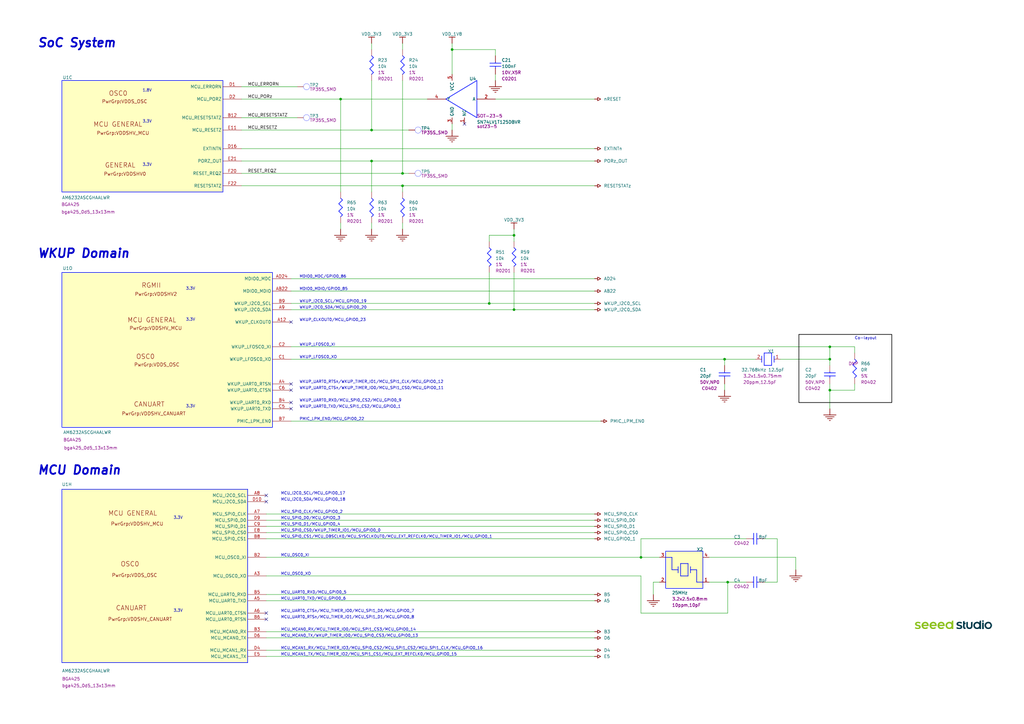
<source format=kicad_sch>
(kicad_sch (version 20231120) (generator "eeschema") (generator_version "8.0")
  (paper "User" 419.989 297.002)
  (junction (at 152.4 66.04))
  (junction (at 210.82 96.52))
  (junction (at 340.36 147.32))
  (junction (at 210.82 127))
  (junction (at 185.42 20.32))
  (junction (at 297.18 147.32))
  (junction (at 298.45 238.76))
  (junction (at 262.89 228.6))
  (junction (at 340.36 142.24))
  (junction (at 340.36 160.02))
  (junction (at 165.1 76.2))
  (junction (at 165.1 71.12))
  (junction (at 139.7 40.64))
  (junction (at 200.66 124.46))
  (junction (at 152.4 53.34))
  (no_connect (at 190.5 50.8))
  (no_connect (at 119.38 167.64))
  (no_connect (at 119.38 160.02))
  (no_connect (at 109.22 205.74))
  (no_connect (at 119.38 157.48))
  (no_connect (at 109.22 203.2))
  (no_connect (at 109.22 251.46))
  (no_connect (at 119.38 165.1))
  (no_connect (at 109.22 254))
  (no_connect (at 119.38 132.08))
  (wire (pts (xy 152.4 20.32) (xy 152.4 17.78)))
  (wire (pts (xy 119.38 124.46) (xy 200.66 124.46)))
  (wire (pts (xy 210.82 96.52) (xy 200.66 96.52)))
  (wire (pts (xy 267.97 243.84) (xy 267.97 238.76)))
  (wire (pts (xy 165.1 20.32) (xy 165.1 17.78)))
  (wire (pts (xy 109.22 213.36) (xy 243.84 213.36)))
  (wire (pts (xy 99.06 76.2) (xy 165.1 76.2)))
  (wire (pts (xy 262.89 251.46) (xy 298.45 251.46)))
  (wire (pts (xy 340.36 142.24) (xy 350.52 142.24)))
  (wire (pts (xy 340.36 160.02) (xy 340.36 157.48)))
  (wire (pts (xy 165.1 76.2) (xy 243.84 76.2)))
  (wire (pts (xy 350.52 160.02) (xy 350.52 157.48)))
  (wire (pts (xy 99.06 53.34) (xy 152.4 53.34)))
  (wire (pts (xy 326.39 228.6) (xy 326.39 233.68)))
  (wire (pts (xy 165.1 71.12) (xy 165.1 33.02)))
  (wire (pts (xy 185.42 50.8) (xy 185.42 53.34)))
  (wire (pts (xy 290.83 228.6) (xy 326.39 228.6)))
  (wire (pts (xy 318.77 238.76) (xy 318.77 220.98)))
  (wire (pts (xy 210.82 127) (xy 210.82 111.76)))
  (wire (pts (xy 109.22 218.44) (xy 243.84 218.44)))
  (wire (pts (xy 109.22 210.82) (xy 243.84 210.82)))
  (wire (pts (xy 165.1 78.74) (xy 165.1 76.2)))
  (wire (pts (xy 165.1 71.12) (xy 167.64 71.12)))
  (wire (pts (xy 119.38 119.38) (xy 243.84 119.38)))
  (wire (pts (xy 200.66 124.46) (xy 243.84 124.46)))
  (wire (pts (xy 152.4 78.74) (xy 152.4 66.04)))
  (wire (pts (xy 185.42 20.32) (xy 203.2 20.32)))
  (wire (pts (xy 203.2 40.64) (xy 243.84 40.64)))
  (wire (pts (xy 200.66 124.46) (xy 200.66 111.76)))
  (wire (pts (xy 298.45 251.46) (xy 298.45 238.76)))
  (wire (pts (xy 99.06 66.04) (xy 152.4 66.04)))
  (wire (pts (xy 109.22 246.38) (xy 243.84 246.38)))
  (wire (pts (xy 139.7 40.64) (xy 175.26 40.64)))
  (wire (pts (xy 99.06 71.12) (xy 165.1 71.12)))
  (wire (pts (xy 350.52 142.24) (xy 350.52 144.78)))
  (wire (pts (xy 210.82 96.52) (xy 210.82 93.98)))
  (wire (pts (xy 243.84 266.7) (xy 109.22 266.7)))
  (wire (pts (xy 185.42 30.48) (xy 185.42 20.32)))
  (wire (pts (xy 290.83 238.76) (xy 298.45 238.76)))
  (wire (pts (xy 340.36 160.02) (xy 350.52 160.02)))
  (wire (pts (xy 99.06 40.64) (xy 139.7 40.64)))
  (wire (pts (xy 121.92 35.56) (xy 99.06 35.56)))
  (wire (pts (xy 139.7 93.98) (xy 139.7 91.44)))
  (wire (pts (xy 109.22 220.98) (xy 243.84 220.98)))
  (wire (pts (xy 139.7 40.64) (xy 139.7 78.74)))
  (wire (pts (xy 109.22 228.6) (xy 262.89 228.6)))
  (wire (pts (xy 297.18 149.86) (xy 297.18 147.32)))
  (wire (pts (xy 306.07 220.98) (xy 262.89 220.98)))
  (wire (pts (xy 340.36 147.32) (xy 320.04 147.32)))
  (wire (pts (xy 203.2 33.02) (xy 203.2 30.48)))
  (wire (pts (xy 119.38 114.3) (xy 243.84 114.3)))
  (wire (pts (xy 119.38 172.72) (xy 246.38 172.72)))
  (wire (pts (xy 340.36 147.32) (xy 340.36 142.24)))
  (wire (pts (xy 152.4 66.04) (xy 243.84 66.04)))
  (wire (pts (xy 109.22 259.08) (xy 243.84 259.08)))
  (wire (pts (xy 109.22 215.9) (xy 243.84 215.9)))
  (wire (pts (xy 267.97 238.76) (xy 270.51 238.76)))
  (wire (pts (xy 318.77 220.98) (xy 313.69 220.98)))
  (wire (pts (xy 152.4 53.34) (xy 152.4 33.02)))
  (wire (pts (xy 165.1 93.98) (xy 165.1 91.44)))
  (wire (pts (xy 210.82 127) (xy 243.84 127)))
  (wire (pts (xy 119.38 127) (xy 210.82 127)))
  (wire (pts (xy 109.22 243.84) (xy 243.84 243.84)))
  (wire (pts (xy 262.89 228.6) (xy 270.51 228.6)))
  (wire (pts (xy 200.66 96.52) (xy 200.66 99.06)))
  (wire (pts (xy 121.92 48.26) (xy 99.06 48.26)))
  (wire (pts (xy 152.4 93.98) (xy 152.4 91.44)))
  (wire (pts (xy 262.89 220.98) (xy 262.89 228.6)))
  (wire (pts (xy 297.18 160.02) (xy 297.18 157.48)))
  (wire (pts (xy 297.18 147.32) (xy 309.88 147.32)))
  (wire (pts (xy 243.84 60.96) (xy 99.06 60.96)))
  (wire (pts (xy 243.84 269.24) (xy 109.22 269.24)))
  (wire (pts (xy 340.36 149.86) (xy 340.36 147.32)))
  (wire (pts (xy 210.82 99.06) (xy 210.82 96.52)))
  (wire (pts (xy 152.4 53.34) (xy 167.64 53.34)))
  (wire (pts (xy 262.89 236.22) (xy 262.89 251.46)))
  (wire (pts (xy 298.45 238.76) (xy 306.07 238.76)))
  (wire (pts (xy 185.42 20.32) (xy 185.42 17.78)))
  (wire (pts (xy 119.38 147.32) (xy 297.18 147.32)))
  (wire (pts (xy 119.38 142.24) (xy 340.36 142.24)))
  (wire (pts (xy 313.69 238.76) (xy 318.77 238.76)))
  (wire (pts (xy 109.22 261.62) (xy 243.84 261.62)))
  (wire (pts (xy 340.36 167.64) (xy 340.36 160.02)))
  (wire (pts (xy 109.22 236.22) (xy 262.89 236.22)))
  (wire (pts (xy 203.2 20.32) (xy 203.2 22.86)))
  (rectangle (start 365.76 137.16) (end 327.66 165.1) (stroke (width 0.254) (color 0 0 0 1)))
  (image (at 390.9945 256.413) (scale 0.481127))
  (text_box "WKUP_LFOSC0_XI\n" (at 140.208 141.986 0) (size -18.288 -2.286) (stroke (width -0.0001) (color 0 0 0 1)) (effects (font (size 1.143 1.143)) (justify left top)))
  (text_box "MCU_SPI0_CLK/MCU_GPIO0_2\n" (at 145.288 210.566 0) (size -30.988 -2.286) (stroke (width -0.0001) (color 0 0 0 1)) (effects (font (size 1.143 1.143)) (justify left top)))
  (text_box "MCU_UART0_CTSn/MCU_TIMER_IO0/MCU_SPI1_D0/MCU_GPIO0_7\n" (at 180.848 251.206 0) (size -66.548 -2.286) (stroke (width -0.0001) (color 0 0 0 1)) (effects (font (size 1.143 1.143)) (justify left top)))
  (text_box "MCU_SPI0_CS1/MCU_OBSCLK0/MCU_SYSCLKOUT0/MCU_EXT_REFCLK0/MCU_TIMER_IO1/MCU_GPIO0_1\n" (at 217.678 220.726 0) (size -103.378 -2.286) (stroke (width -0.0001) (color 0 0 0 1)) (effects (font (size 1.143 1.143)) (justify left top)))
  (text_box "WKUP_UART0_RTSn/WKUP_TIMER_IO1/MCU_SPI1_CLK/MCU_GPIO0_12\n" (at 193.548 157.226 0) (size -71.628 -2.286) (stroke (width -0.0001) (color 0 0 0 1)) (effects (font (size 1.143 1.143)) (justify left top)))
  (text_box "MCU_I2C0_SDA/MCU_GPIO0_18\n" (at 146.558 205.486 0) (size -32.258 -2.286) (stroke (width -0.0001) (color 0 0 0 1)) (effects (font (size 1.143 1.143)) (justify left top)))
  (text_box "MDIO0_MDC/GPIO0_86\n" (at 145.288 114.046 0) (size -23.368 -2.286) (stroke (width -0.0001) (color 0 0 0 1)) (effects (font (size 1.143 1.143)) (justify left top)))
  (text_box "PMIC_LPM_EN0/MCU_GPIO0_22\n" (at 154.178 172.466 0) (size -32.258 -2.286) (stroke (width -0.0001) (color 0 0 0 1)) (effects (font (size 1.143 1.143)) (justify left top)))
  (text_box "MDIO0_MDIO/GPIO0_85\n" (at 146.558 119.126 0) (size -24.638 -2.286) (stroke (width -0.0001) (color 0 0 0 1)) (effects (font (size 1.143 1.143)) (justify left top)))
  (text_box "MCU_UART0_TXD/MCU_GPIO0_6\n" (at 146.558 246.126 0) (size -32.258 -2.286) (stroke (width -0.0001) (color 0 0 0 1)) (effects (font (size 1.143 1.143)) (justify left top)))
  (text_box "WKUP_LFOSC0_XO\n" (at 140.208 147.066 0) (size -18.288 -2.286) (stroke (width -0.0001) (color 0 0 0 1)) (effects (font (size 1.143 1.143)) (justify left top)))
  (text_box "MCU_MCAN0_TX/WKUP_TIMER_IO0/MCU_SPI0_CS3/MCU_GPIO0_13\n" (at 182.118 261.366 0) (size -67.818 -2.286) (stroke (width -0.0001) (color 0 0 0 1)) (effects (font (size 1.143 1.143)) (justify left top)))
  (text_box "WKUP_UART0_RXD/MCU_SPI0_CS2/MCU_GPIO0_9\n" (at 171.958 164.846 0) (size -50.038 -2.286) (stroke (width -0.0001) (color 0 0 0 1)) (effects (font (size 1.143 1.143)) (justify left top)))
  (text_box "MCU_MCAN1_TX/MCU_TIMER_IO2/MCU_SPI1_CS1/MCU_EXT_REFCLK0/MCU_GPIO0_15\n" (at 201.168 268.986 0) (size -86.868 -2.286) (stroke (width -0.0001) (color 0 0 0 1)) (effects (font (size 1.143 1.143)) (justify left top)))
  (text_box "MCU_UART0_RXD/MCU_GPIO0_5\n" (at 146.558 243.586 0) (size -32.258 -2.286) (stroke (width -0.0001) (color 0 0 0 1)) (effects (font (size 1.143 1.143)) (justify left top)))
  (text_box "MCU_I2C0_SCL/MCU_GPIO0_17\n" (at 146.558 202.946 0) (size -32.258 -2.286) (stroke (width -0.0001) (color 0 0 0 1)) (effects (font (size 1.143 1.143)) (justify left top)))
  (text_box "MCU_SPI0_CS0/WKUP_TIMER_IO1/MCU_GPIO0_0\n" (at 164.338 218.186 0) (size -50.038 -2.286) (stroke (width -0.0001) (color 0 0 0 1)) (effects (font (size 1.143 1.143)) (justify left top)))
  (text_box "WKUP_I2C0_SDA/MCU_GPIO0_20\n" (at 155.448 126.746 0) (size -33.528 -2.286) (stroke (width -0.0001) (color 0 0 0 1)) (effects (font (size 1.143 1.143)) (justify left top)))
  (text_box "MCU_OSC0_XO\n" (at 128.778 235.966 0) (size -14.478 -2.286) (stroke (width -0.0001) (color 0 0 0 1)) (effects (font (size 1.143 1.143)) (justify left top)))
  (text_box "MCU_UART0_RTSn/MCU_TIMER_IO1/MCU_SPI1_D1/MCU_GPIO0_8\n" (at 180.848 253.746 0) (size -66.548 -2.286) (stroke (width -0.0001) (color 0 0 0 1)) (effects (font (size 1.143 1.143)) (justify left top)))
  (text_box "WKUP_I2C0_SCL/MCU_GPIO0_19\n" (at 155.448 124.206 0) (size -33.528 -2.286) (stroke (width -0.0001) (color 0 0 0 1)) (effects (font (size 1.143 1.143)) (justify left top)))
  (text_box "WKUP_CLKOUT0/MCU_GPIO0_23\n" (at 154.178 131.826 0) (size -32.258 -2.286) (stroke (width -0.0001) (color 0 0 0 1)) (effects (font (size 1.143 1.143)) (justify left top)))
  (text_box "MCU_SPI0_D1/MCU_GPIO0_4\n" (at 144.018 215.646 0) (size -29.718 -2.286) (stroke (width -0.0001) (color 0 0 0 1)) (effects (font (size 1.143 1.143)) (justify left top)))
  (text_box "MCU_MCAN1_RX/MCU_TIMER_IO3/MCU_SPI0_CS2/MCU_SPI1_CS2/MCU_SPI1_CLK/MCU_GPIO0_16\n" (at 213.868 266.446 0) (size -99.568 -2.286) (stroke (width -0.0001) (color 0 0 0 1)) (effects (font (size 1.143 1.143)) (justify left top)))
  (text_box "MCU_MCAN0_RX/MCU_TIMER_IO0/MCU_SPI1_CS3/MCU_GPIO0_14\n" (at 180.848 258.826 0) (size -66.548 -2.286) (stroke (width -0.0001) (color 0 0 0 1)) (effects (font (size 1.143 1.143)) (justify left top)))
  (text_box "WKUP_UART0_TXD/MCU_SPI1_CS2/MCU_GPIO0_1\n" (at 171.958 167.386 0) (size -50.038 -2.286) (stroke (width -0.0001) (color 0 0 0 1)) (effects (font (size 1.143 1.143)) (justify left top)))
  (text_box "WKUP_UART0_CTSn/WKUP_TIMER_IO0/MCU_SPI1_CS0/MCU_GPIO0_11\n" (at 193.548 159.766 0) (size -71.628 -2.286) (stroke (width -0.0001) (color 0 0 0 1)) (effects (font (size 1.143 1.143)) (justify left top)))
  (text_box "MCU_OSC0_XI\n" (at 128.778 228.346 0) (size -14.478 -2.286) (stroke (width -0.0001) (color 0 0 0 1)) (effects (font (size 1.143 1.143)) (justify left top)))
  (text_box "MCU_SPI0_D0/MCU_GPIO0_3\n" (at 144.018 213.106 0) (size -29.718 -2.286) (stroke (width -0.0001) (color 0 0 0 1)) (effects (font (size 1.143 1.143)) (justify left top)))
  (text "3.3V" (at 71.12 213.106 0) (effects (font (size 1.143 1.143)) (justify left bottom)))
  (text "3.3V" (at 58.42 50.546 0) (effects (font (size 1.143 1.143)) (justify left bottom)))
  (text "Co-layout" (at 350.52 139.446 0) (effects (font (size 1.143 1.143)) (justify left bottom)))
  (text "SoC System" (at 15.24 19.812 0) (effects (font (size 3.556 3.556) (thickness 0.7112) (bold yes) (italic yes)) (justify left bottom)))
  (text "MCU Domain" (at 15.24 195.072 0) (effects (font (size 3.556 3.556) (thickness 0.7112) (bold yes) (italic yes)) (justify left bottom)))
  (text "3.3V" (at 58.42 68.326 0) (effects (font (size 1.143 1.143)) (justify left bottom)))
  (text "3.3V" (at 76.2 131.826 0) (effects (font (size 1.143 1.143)) (justify left bottom)))
  (text "3.3V" (at 76.2 167.386 0) (effects (font (size 1.143 1.143)) (justify left bottom)))
  (text "WKUP Domain" (at 15.24 106.172 0) (effects (font (size 3.556 3.556) (thickness 0.7112) (bold yes) (italic yes)) (justify left bottom)))
  (text "1.8V" (at 58.42 37.846 0) (effects (font (size 1.143 1.143)) (justify left bottom)))
  (text "3.3V" (at 76.2 119.126 0) (effects (font (size 1.143 1.143)) (justify left bottom)))
  (text "3.3V" (at 71.12 251.206 0) (effects (font (size 1.143 1.143)) (justify left bottom)))
  (label "RESET_REQZ" (at 101.6 71.12 0))
  (label "MCU_RESETSTATZ" (at 101.6 48.26 0))
  (label "MCU_PORz" (at 101.6 40.64 0))
  (label "MCU_RESETZ" (at 101.6 53.34 0))
  (label "MCU_ERRORN" (at 101.6 35.56 0))
  (symbol (lib_id "pocketbeagle2-kicad-altium-import:root_0_mirrored_XTAL_2P") (at 317.5 144.78 0) (unit 1)
    (property "Reference" "X1" (at 314.96 144.78 0) (effects (justify left bottom)))
    (property "Value" "32.768kHz 12.5pF" (at 304.038 152.4 0) (effects (justify left bottom)))
    (property "Footprint" "X2_SMD_3_2X1_5MM" (effects (hide yes)))
    (property "Description" "SMD Crystal 32.768KHz-12.5pF-20ppm;2P-L3.2*W1.5*H0.75mm" (effects (hide yes)))
    (property "PCB FOOTPRINT" "X2_SMD_3_2X1_5MM" (effects (hide yes)))
    (property "CLASS" "DISCRETE" (effects (hide yes)))
    (property "FREQUENCY TOLERANCE" "20 ppm" (effects (hide yes)))
    (property "COMPANY PART STATUS" "BeagleBone Carrier Board" (effects (hide yes)))
    (property "PACKAGE SIZE" "3.2x1.5x0.75mm" (at 304.8 154.94 0) (effects (justify left bottom)))
    (property "TEMPERATURE" "-40¡ãC to 85¡ãC" (effects (hide yes)))
    (property "STATUS" "RK3566_HA" (effects (hide yes)))
    (property "RATING" "20ppm,12.5pF" (at 304.8 157.48 0) (effects (justify left bottom)))
    (property "PART TYPE" "Crystal" (effects (hide yes)))
    (property "MANUFACTURER PART NUMBER" "Q-SC32S03220C5AAAF" (effects (hide yes)))
    (property "MANUFACTURER" "Seiko(¾«¹¤)" (effects (hide yes)))
    (property "PN" "306011384" (effects (hide yes)))
  )
  (symbol (lib_id "pocketbeagle2-kicad-altium-import:GND_POWER_GROUND") (at 267.97 243.84 0) (unit 1)
    (property "Reference" "#PWR?" (effects (hide yes)))
    (property "Value" "GND" (effects (hide yes)))
  )
  (symbol (lib_id "pocketbeagle2-kicad-altium-import:root_0_Test Point") (at 124.46 45.72 0) (unit 1)
    (property "Reference" "TP3" (at 127 48.26 0) (effects (justify left bottom)))
    (property "Value" "Test Point" (effects (hide yes)))
    (property "Footprint" "tp1-8040" (effects (hide yes)))
    (property "Description" "Test Point;TP35S_SMD" (effects (hide yes)))
    (property "PCB FOOTPRINT" "TP35S_SMD" (at 127 50.038 0) (effects (justify left bottom)))
    (property "ASSY" "DNP" (effects (hide yes)))
    (property "STATUS" "Mini-Gateway" (effects (hide yes)))
    (property "PN" "TP35S_SMD" (effects (hide yes)))
    (property "PACKAGE SIZE" "TP35S_SMD" (effects (hide yes)))
    (property "COMPANY PART STATUS" "Mini-Gateway" (effects (hide yes)))
    (property "CLASS" "DISCRETE" (effects (hide yes)))
  )
  (symbol (lib_id "pocketbeagle2-kicad-altium-import:MCU_GPIO0_1_ARROW") (at 243.84 220.98 90) (unit 1)
    (property "Reference" "#PWR?" (effects (hide yes)))
    (property "Value" "MCU_GPIO0_1" (at 247.65 220.98 90) (effects (justify right)))
  )
  (symbol (lib_id "pocketbeagle2-kicad-altium-import:root_0_R_0") (at 347.98 147.32 0) (unit 1)
    (property "Reference" "R66" (at 353.06 149.86 0) (effects (justify left bottom)))
    (property "Value" "0R" (at 353.06 152.4 0) (effects (justify left bottom)))
    (property "Footprint" "R0402" (effects (hide yes)))
    (property "Description" "SMD RES 0R-5%-1/16W;0402" (effects (hide yes)))
    (property "RATING" "5%" (at 353.06 154.94 0) (effects (justify left bottom)))
    (property "PCB FOOTPRINT" "R0402" (at 353.06 157.48 0) (effects (justify left bottom)))
    (property "STATUS" "BeagleBone Carrier Board" (effects (hide yes)))
    (property "MANUFACTURER PART NUMBER" "RC0402JR-070RL" (effects (hide yes)))
    (property "MANUFACTURER" "YAGEO" (effects (hide yes)))
    (property "PACKAGE SIZE" "0402" (effects (hide yes)))
    (property "TEMPERATURE" "-55¡ãC to 155¡ãC" (effects (hide yes)))
    (property "PN" "301010000" (effects (hide yes)))
    (property "ASSY" "DNP" (at 347.98 149.86 0) (effects (justify left bottom)))
  )
  (symbol (lib_id "pocketbeagle2-kicad-altium-import:GND_POWER_GROUND") (at 326.39 233.68 0) (unit 1)
    (property "Reference" "#PWR?" (effects (hide yes)))
    (property "Value" "GND" (effects (hide yes)))
  )
  (symbol (lib_id "pocketbeagle2-kicad-altium-import:EXTINTn_ARROW") (at 243.84 60.96 90) (unit 1)
    (property "Reference" "#PWR?" (effects (hide yes)))
    (property "Value" "EXTINTn" (at 247.65 60.96 90) (effects (justify right)))
  )
  (symbol (lib_id "pocketbeagle2-kicad-altium-import:root_0_R_0") (at 149.86 81.28 0) (unit 1)
    (property "Reference" "R63" (at 154.94 83.82 0) (effects (justify left bottom)))
    (property "Value" "10k" (at 154.94 86.36 0) (effects (justify left bottom)))
    (property "Footprint" "R0201" (effects (hide yes)))
    (property "Description" "SMD RES 10K-¡À1%-1/20W;0201" (effects (hide yes)))
    (property "RATING" "1%" (at 154.94 88.9 0) (effects (justify left bottom)))
    (property "PCB FOOTPRINT" "R0201" (at 154.94 91.44 0) (effects (justify left bottom)))
    (property "MANUFACTURER PART NUMBER" "RC0201FR-0710KL" (effects (hide yes)))
    (property "TEMPERATURE" "-55¡ãC to 125¡ãC" (effects (hide yes)))
    (property "PN" "301010526" (effects (hide yes)))
    (property "PACKAGE SIZE" "0201" (effects (hide yes)))
    (property "COMPANY PART STATUS" "RV PI" (effects (hide yes)))
    (property "RATED POWER" "1/20W" (effects (hide yes)))
    (property "CLASS" "DISCRETE" (effects (hide yes)))
    (property "MANUFACTURER" "YAGEO" (effects (hide yes)))
    (property "STATUS" "BeagleBone AI TDA4VM" (effects (hide yes)))
  )
  (symbol (lib_id "pocketbeagle2-kicad-altium-import:root_0_R_0") (at 162.56 81.28 0) (unit 1)
    (property "Reference" "R60" (at 167.64 83.82 0) (effects (justify left bottom)))
    (property "Value" "10k" (at 167.64 86.36 0) (effects (justify left bottom)))
    (property "Footprint" "R0201" (effects (hide yes)))
    (property "Description" "SMD RES 10K-¡À1%-1/20W;0201" (effects (hide yes)))
    (property "RATING" "1%" (at 167.64 88.9 0) (effects (justify left bottom)))
    (property "PCB FOOTPRINT" "R0201" (at 167.64 91.44 0) (effects (justify left bottom)))
    (property "MANUFACTURER" "YAGEO" (effects (hide yes)))
    (property "CLASS" "DISCRETE" (effects (hide yes)))
    (property "RATED POWER" "1/20W" (effects (hide yes)))
    (property "COMPANY PART STATUS" "RV PI" (effects (hide yes)))
    (property "PACKAGE SIZE" "0201" (effects (hide yes)))
    (property "PN" "301010526" (effects (hide yes)))
    (property "TEMPERATURE" "-55¡ãC to 125¡ãC" (effects (hide yes)))
    (property "MANUFACTURER PART NUMBER" "RC0201FR-0710KL" (effects (hide yes)))
    (property "STATUS" "BeagleBone AI TDA4VM" (effects (hide yes)))
  )
  (symbol (lib_id "pocketbeagle2-kicad-altium-import:E5_ARROW") (at 243.84 269.24 90) (unit 1)
    (property "Reference" "#PWR?" (effects (hide yes)))
    (property "Value" "E5" (at 247.65 269.24 90) (effects (justify right)))
  )
  (symbol (lib_id "pocketbeagle2-kicad-altium-import:root_0_mirrored_AM62x_BGA425") (at 111.76 111.76 0) (unit 15)
    (property "Reference" "U1" (at 25.654 110.744 0) (effects (justify left bottom)))
    (property "Value" "AM6232ASCGHAALWR" (at 25.908 178.054 0) (effects (justify left bottom)))
    (property "Footprint" "bga425_0d5_13x13mm" (effects (hide yes)))
    (property "Description" "SMD IC MPU;AM6232 Sitara Processor;BGA425" (effects (hide yes)))
    (property "PCB FOOTPRINT" "bga425_0d5_13x13mm" (at 26.162 184.404 0) (effects (justify left bottom)))
    (property "STATUS" "BeaglePlay" (effects (hide yes)))
    (property "MANUFACTURER" "TI" (effects (hide yes)))
    (property "CLASS" "IC" (effects (hide yes)))
    (property "COMPANY PART STATUS" "BeaglePlay" (effects (hide yes)))
    (property "PACKAGE SIZE" "BGA425" (at 25.908 181.102 0) (effects (justify left bottom)))
    (property "PN" "310011877" (effects (hide yes)))
    (property "TEMPERATURE" "-40¡ãC to 105¡ãC" (effects (hide yes)))
    (property "MANUFACTURER PART NUMBER" "AM6232ASCGHAALWR" (effects (hide yes)))
  )
  (symbol (lib_id "pocketbeagle2-kicad-altium-import:nRESET_ARROW") (at 243.84 40.64 90) (unit 1)
    (property "Reference" "#PWR?" (effects (hide yes)))
    (property "Value" "nRESET" (at 247.65 40.64 90) (effects (justify right)))
  )
  (symbol (lib_id "pocketbeagle2-kicad-altium-import:root_0_Test Point") (at 170.18 68.58 0) (unit 1)
    (property "Reference" "TP5" (at 172.72 71.12 0) (effects (justify left bottom)))
    (property "Value" "Test Point" (effects (hide yes)))
    (property "Footprint" "tp1-8040" (effects (hide yes)))
    (property "Description" "Test Point;TP35S_SMD" (effects (hide yes)))
    (property "PCB FOOTPRINT" "TP35S_SMD" (at 172.72 72.898 0) (effects (justify left bottom)))
    (property "ASSY" "DNP" (effects (hide yes)))
    (property "STATUS" "Mini-Gateway" (effects (hide yes)))
    (property "PN" "TP35S_SMD" (effects (hide yes)))
    (property "PACKAGE SIZE" "TP35S_SMD" (effects (hide yes)))
    (property "COMPANY PART STATUS" "Mini-Gateway" (effects (hide yes)))
    (property "CLASS" "DISCRETE" (effects (hide yes)))
  )
  (symbol (lib_id "pocketbeagle2-kicad-altium-import:root_0_CC_1") (at 308.61 218.44 0) (unit 1)
    (property "Reference" "C3" (at 300.99 220.98 0) (effects (justify left bottom)))
    (property "Value" "8pF" (at 311.15 220.98 0) (effects (justify left bottom)))
    (property "Footprint" "C0402" (effects (hide yes)))
    (property "Description" "SMD CAP Ceramic 8pF-50V-0.5pF-NPO;0402" (effects (hide yes)))
    (property "PCB FOOTPRINT" "C0402" (at 300.99 223.52 0) (effects (justify left bottom)))
    (property "MANUFACTURER PART NUMBER" "CC0402DRNPO9BN8R0" (effects (hide yes)))
    (property "TEMPERATURE" "-55¡ãC to 125¡ãC" (effects (hide yes)))
    (property "PN" "302010026" (effects (hide yes)))
    (property "PACKAGE SIZE" "0402" (effects (hide yes)))
    (property "COMPANY PART STATUS" "reterminal Bridge" (effects (hide yes)))
    (property "DIELECTRIC TYPE" "Ceramic" (effects (hide yes)))
    (property "TEMPERATURE COEFFICIENT" "NPO" (effects (hide yes)))
    (property "TOLERANCE" "0.5pF" (effects (hide yes)))
    (property "CLASS" "DISCRETE" (effects (hide yes)))
    (property "MANUFACTURER" "YAGEO" (effects (hide yes)))
    (property "STATUS" "reterminal Bridge" (effects (hide yes)))
  )
  (symbol (lib_id "pocketbeagle2-kicad-altium-import:MCU_SPI0_CLK_ARROW") (at 243.84 210.82 90) (unit 1)
    (property "Reference" "#PWR?" (effects (hide yes)))
    (property "Value" "MCU_SPI0_CLK" (at 247.65 210.82 90) (effects (justify right)))
  )
  (symbol (lib_id "pocketbeagle2-kicad-altium-import:root_0_mirrored_CC_0") (at 342.9 152.4 0) (unit 1)
    (property "Reference" "C2" (at 330.2 152.4 0) (effects (justify left bottom)))
    (property "Value" "20pF" (at 330.2 154.94 0) (effects (justify left bottom)))
    (property "Footprint" "C0402" (effects (hide yes)))
    (property "Description" "SMD CAP Ceramic 20pF-50V-5%-NPO;0402" (effects (hide yes)))
    (property "RATING" "50V,NP0" (at 330.2 157.48 0) (effects (justify left bottom)))
    (property "PCB FOOTPRINT" "C0402" (at 330.2 160.02 0) (effects (justify left bottom)))
    (property "CLASS" "DISCRETE" (effects (hide yes)))
    (property "TOLERANCE" "5%" (effects (hide yes)))
    (property "TEMPERATURE COEFFICIENT" "NPO" (effects (hide yes)))
    (property "DIELECTRIC TYPE" "Ceramic" (effects (hide yes)))
    (property "COMPANY PART STATUS" "BeaglePlay" (effects (hide yes)))
    (property "PACKAGE SIZE" "0402" (effects (hide yes)))
    (property "PN" "302010050" (effects (hide yes)))
    (property "MANUFACTURER" "YAGEO" (effects (hide yes)))
    (property "MANUFACTURER PART NUMBER" "CC0402JRNPO9BN200" (effects (hide yes)))
    (property "PART TYPE" "Ceramic" (effects (hide yes)))
    (property "STATUS" "SenseCAP Tracker" (effects (hide yes)))
    (property "TEMPERATURE" "-55¡ãC to 125¡ãC" (effects (hide yes)))
  )
  (symbol (lib_id "pocketbeagle2-kicad-altium-import:D4_ARROW") (at 243.84 266.7 90) (unit 1)
    (property "Reference" "#PWR?" (effects (hide yes)))
    (property "Value" "D4" (at 247.65 266.7 90) (effects (justify right)))
  )
  (symbol (lib_id "pocketbeagle2-kicad-altium-import:root_0_mirrored_AM62x_BGA425") (at 91.44 33.02 0) (unit 3)
    (property "Reference" "U1" (at 25.654 32.512 0) (effects (justify left bottom)))
    (property "Value" "AM6232ASCGHAALWR" (at 25.4 81.788 0) (effects (justify left bottom)))
    (property "Footprint" "bga425_0d5_13x13mm" (effects (hide yes)))
    (property "Description" "SMD IC MPU;AM6232 Sitara Processor;BGA425" (effects (hide yes)))
    (property "PCB FOOTPRINT" "bga425_0d5_13x13mm" (at 25.146 87.63 0) (effects (justify left bottom)))
    (property "STATUS" "BeaglePlay" (effects (hide yes)))
    (property "PN" "310011877" (effects (hide yes)))
    (property "PACKAGE SIZE" "BGA425" (at 25.146 84.582 0) (effects (justify left bottom)))
    (property "COMPANY PART STATUS" "BeaglePlay" (effects (hide yes)))
    (property "CLASS" "IC" (effects (hide yes)))
    (property "MANUFACTURER" "TI" (effects (hide yes)))
    (property "TEMPERATURE" "-40¡ãC to 105¡ãC" (effects (hide yes)))
    (property "MANUFACTURER PART NUMBER" "AM6232ASCGHAALWR" (effects (hide yes)))
  )
  (symbol (lib_id "pocketbeagle2-kicad-altium-import:D6_ARROW") (at 243.84 261.62 90) (unit 1)
    (property "Reference" "#PWR?" (effects (hide yes)))
    (property "Value" "D6" (at 247.65 261.62 90) (effects (justify right)))
  )
  (symbol (lib_id "pocketbeagle2-kicad-altium-import:MCU_SPI0_D0_ARROW") (at 243.84 213.36 90) (unit 1)
    (property "Reference" "#PWR?" (effects (hide yes)))
    (property "Value" "MCU_SPI0_D0" (at 247.65 213.36 90) (effects (justify right)))
  )
  (symbol (lib_id "pocketbeagle2-kicad-altium-import:VDD_3V3_BAR") (at 210.82 93.98 180) (unit 1)
    (property "Reference" "#PWR?" (effects (hide yes)))
    (property "Value" "VDD_3V3" (at 210.82 90.17 0))
  )
  (symbol (lib_id "pocketbeagle2-kicad-altium-import:GND_POWER_GROUND") (at 165.1 93.98 0) (unit 1)
    (property "Reference" "#PWR?" (effects (hide yes)))
    (property "Value" "GND" (effects (hide yes)))
  )
  (symbol (lib_id "pocketbeagle2-kicad-altium-import:root_0_Test Point") (at 170.18 50.8 0) (unit 1)
    (property "Reference" "TP4" (at 172.72 53.34 0) (effects (justify left bottom)))
    (property "Value" "Test Point" (effects (hide yes)))
    (property "Footprint" "tp1-8040" (effects (hide yes)))
    (property "Description" "Test Point;TP35S_SMD" (effects (hide yes)))
    (property "PCB FOOTPRINT" "TP35S_SMD" (at 172.72 55.118 0) (effects (justify left bottom)))
    (property "ASSY" "DNP" (effects (hide yes)))
    (property "STATUS" "Mini-Gateway" (effects (hide yes)))
    (property "CLASS" "DISCRETE" (effects (hide yes)))
    (property "COMPANY PART STATUS" "Mini-Gateway" (effects (hide yes)))
    (property "PACKAGE SIZE" "TP35S_SMD" (effects (hide yes)))
    (property "PN" "TP35S_SMD" (effects (hide yes)))
  )
  (symbol (lib_id "pocketbeagle2-kicad-altium-import:B5_ARROW") (at 243.84 243.84 90) (unit 1)
    (property "Reference" "#PWR?" (effects (hide yes)))
    (property "Value" "B5" (at 247.65 243.84 90) (effects (justify right)))
  )
  (symbol (lib_id "pocketbeagle2-kicad-altium-import:VDD_3V3_BAR") (at 152.4 17.78 180) (unit 1)
    (property "Reference" "#PWR?" (effects (hide yes)))
    (property "Value" "VDD_3V3" (at 152.4 13.97 0))
  )
  (symbol (lib_id "pocketbeagle2-kicad-altium-import:GND_POWER_GROUND") (at 203.2 33.02 0) (unit 1)
    (property "Reference" "#PWR?" (effects (hide yes)))
    (property "Value" "GND" (effects (hide yes)))
  )
  (symbol (lib_id "pocketbeagle2-kicad-altium-import:root_0_Test Point") (at 124.46 33.02 0) (unit 1)
    (property "Reference" "TP2" (at 127 35.56 0) (effects (justify left bottom)))
    (property "Value" "Test Point" (effects (hide yes)))
    (property "Footprint" "tp1-8040" (effects (hide yes)))
    (property "Description" "Test Point;TP35S_SMD" (effects (hide yes)))
    (property "PCB FOOTPRINT" "TP35S_SMD" (at 127 37.338 0) (effects (justify left bottom)))
    (property "ASSY" "DNP" (effects (hide yes)))
    (property "STATUS" "Mini-Gateway" (effects (hide yes)))
    (property "CLASS" "DISCRETE" (effects (hide yes)))
    (property "COMPANY PART STATUS" "Mini-Gateway" (effects (hide yes)))
    (property "PACKAGE SIZE" "TP35S_SMD" (effects (hide yes)))
    (property "PN" "TP35S_SMD" (effects (hide yes)))
  )
  (symbol (lib_id "pocketbeagle2-kicad-altium-import:root_0_R_0") (at 162.56 22.86 0) (unit 1)
    (property "Reference" "R24" (at 167.64 25.4 0) (effects (justify left bottom)))
    (property "Value" "10k" (at 167.64 27.94 0) (effects (justify left bottom)))
    (property "Footprint" "R0201" (effects (hide yes)))
    (property "Description" "SMD RES 10K-¡À1%-1/20W;0201" (effects (hide yes)))
    (property "RATING" "1%" (at 167.64 30.48 0) (effects (justify left bottom)))
    (property "PCB FOOTPRINT" "R0201" (at 167.64 33.02 0) (effects (justify left bottom)))
    (property "MANUFACTURER PART NUMBER" "RC0201FR-0710KL" (effects (hide yes)))
    (property "TEMPERATURE" "-55¡ãC to 125¡ãC" (effects (hide yes)))
    (property "PN" "301010526" (effects (hide yes)))
    (property "PACKAGE SIZE" "0201" (effects (hide yes)))
    (property "COMPANY PART STATUS" "RV PI" (effects (hide yes)))
    (property "CLASS" "DISCRETE" (effects (hide yes)))
    (property "MANUFACTURER" "YAGEO" (effects (hide yes)))
    (property "RATED POWER" "1/20W" (effects (hide yes)))
    (property "STATUS" "BeagleBone AI TDA4VM" (effects (hide yes)))
  )
  (symbol (lib_id "pocketbeagle2-kicad-altium-import:VDD_1V8_BAR") (at 185.42 17.78 180) (unit 1)
    (property "Reference" "#PWR?" (effects (hide yes)))
    (property "Value" "VDD_1V8" (at 185.42 13.97 0))
  )
  (symbol (lib_id "pocketbeagle2-kicad-altium-import:GND_POWER_GROUND") (at 297.18 160.02 0) (unit 1)
    (property "Reference" "#PWR?" (effects (hide yes)))
    (property "Value" "GND" (effects (hide yes)))
  )
  (symbol (lib_id "pocketbeagle2-kicad-altium-import:MCU_SPI0_D1_ARROW") (at 243.84 215.9 90) (unit 1)
    (property "Reference" "#PWR?" (effects (hide yes)))
    (property "Value" "MCU_SPI0_D1" (at 247.65 215.9 90) (effects (justify right)))
  )
  (symbol (lib_id "pocketbeagle2-kicad-altium-import:WKUP_I2C0_SDA_ARROW") (at 243.84 127 90) (unit 1)
    (property "Reference" "#PWR?" (effects (hide yes)))
    (property "Value" "WKUP_I2C0_SDA" (at 247.65 127 90) (effects (justify right)))
  )
  (symbol (lib_id "pocketbeagle2-kicad-altium-import:VDD_3V3_BAR") (at 165.1 17.78 180) (unit 1)
    (property "Reference" "#PWR?" (effects (hide yes)))
    (property "Value" "VDD_3V3" (at 165.1 13.97 0))
  )
  (symbol (lib_id "pocketbeagle2-kicad-altium-import:PMIC_LPM_EN0_ARROW") (at 246.38 172.72 90) (unit 1)
    (property "Reference" "#PWR?" (effects (hide yes)))
    (property "Value" "PMIC_LPM_EN0" (at 250.19 172.72 90) (effects (justify right)))
  )
  (symbol (lib_id "pocketbeagle2-kicad-altium-import:root_0_CC_1") (at 308.61 236.22 0) (unit 1)
    (property "Reference" "C4" (at 300.99 238.76 0) (effects (justify left bottom)))
    (property "Value" "8pF" (at 311.15 238.76 0) (effects (justify left bottom)))
    (property "Footprint" "C0402" (effects (hide yes)))
    (property "Description" "SMD CAP Ceramic 8pF-50V-0.5pF-NPO;0402" (effects (hide yes)))
    (property "PCB FOOTPRINT" "C0402" (at 300.99 241.3 0) (effects (justify left bottom)))
    (property "MANUFACTURER PART NUMBER" "CC0402DRNPO9BN8R0" (effects (hide yes)))
    (property "TEMPERATURE" "-55¡ãC to 125¡ãC" (effects (hide yes)))
    (property "PN" "302010026" (effects (hide yes)))
    (property "PACKAGE SIZE" "0402" (effects (hide yes)))
    (property "COMPANY PART STATUS" "reterminal Bridge" (effects (hide yes)))
    (property "DIELECTRIC TYPE" "Ceramic" (effects (hide yes)))
    (property "TEMPERATURE COEFFICIENT" "NPO" (effects (hide yes)))
    (property "TOLERANCE" "0.5pF" (effects (hide yes)))
    (property "CLASS" "DISCRETE" (effects (hide yes)))
    (property "MANUFACTURER" "YAGEO" (effects (hide yes)))
    (property "STATUS" "reterminal Bridge" (effects (hide yes)))
  )
  (symbol (lib_id "pocketbeagle2-kicad-altium-import:root_0_R_0") (at 208.28 101.6 0) (unit 1)
    (property "Reference" "R59" (at 213.36 104.14 0) (effects (justify left bottom)))
    (property "Value" "10k" (at 213.36 106.68 0) (effects (justify left bottom)))
    (property "Footprint" "R0201" (effects (hide yes)))
    (property "Description" "SMD RES 10K-¡À1%-1/20W;0201" (effects (hide yes)))
    (property "RATING" "1%" (at 213.36 109.22 0) (effects (justify left bottom)))
    (property "PCB FOOTPRINT" "R0201" (at 213.36 111.76 0) (effects (justify left bottom)))
    (property "PN" "301010526" (effects (hide yes)))
    (property "PACKAGE SIZE" "0201" (effects (hide yes)))
    (property "COMPANY PART STATUS" "RV PI" (effects (hide yes)))
    (property "RATED POWER" "1/20W" (effects (hide yes)))
    (property "CLASS" "DISCRETE" (effects (hide yes)))
    (property "MANUFACTURER" "YAGEO" (effects (hide yes)))
    (property "TEMPERATURE" "-55¡ãC to 125¡ãC" (effects (hide yes)))
    (property "MANUFACTURER PART NUMBER" "RC0201FR-0710KL" (effects (hide yes)))
    (property "STATUS" "BeagleBone AI TDA4VM" (effects (hide yes)))
  )
  (symbol (lib_id "pocketbeagle2-kicad-altium-import:root_0_R_0") (at 137.16 81.28 0) (unit 1)
    (property "Reference" "R65" (at 142.24 83.82 0) (effects (justify left bottom)))
    (property "Value" "10k" (at 142.24 86.36 0) (effects (justify left bottom)))
    (property "Footprint" "R0201" (effects (hide yes)))
    (property "Description" "SMD RES 10K-¡À1%-1/20W;0201" (effects (hide yes)))
    (property "RATING" "1%" (at 142.24 88.9 0) (effects (justify left bottom)))
    (property "PCB FOOTPRINT" "R0201" (at 142.24 91.44 0) (effects (justify left bottom)))
    (property "MANUFACTURER PART NUMBER" "RC0201FR-0710KL" (effects (hide yes)))
    (property "TEMPERATURE" "-55¡ãC to 125¡ãC" (effects (hide yes)))
    (property "PN" "301010526" (effects (hide yes)))
    (property "PACKAGE SIZE" "0201" (effects (hide yes)))
    (property "COMPANY PART STATUS" "RV PI" (effects (hide yes)))
    (property "RATED POWER" "1/20W" (effects (hide yes)))
    (property "CLASS" "DISCRETE" (effects (hide yes)))
    (property "MANUFACTURER" "YAGEO" (effects (hide yes)))
    (property "STATUS" "BeagleBone AI TDA4VM" (effects (hide yes)))
  )
  (symbol (lib_id "pocketbeagle2-kicad-altium-import:PORz_OUT_ARROW") (at 243.84 66.04 90) (unit 1)
    (property "Reference" "#PWR?" (effects (hide yes)))
    (property "Value" "PORz_OUT" (at 247.65 66.04 90) (effects (justify right)))
  )
  (symbol (lib_id "pocketbeagle2-kicad-altium-import:WKUP_I2C0_SCL_ARROW") (at 243.84 124.46 90) (unit 1)
    (property "Reference" "#PWR?" (effects (hide yes)))
    (property "Value" "WKUP_I2C0_SCL" (at 247.65 124.46 90) (effects (justify right)))
  )
  (symbol (lib_id "pocketbeagle2-kicad-altium-import:B3_ARROW") (at 243.84 259.08 90) (unit 1)
    (property "Reference" "#PWR?" (effects (hide yes)))
    (property "Value" "B3" (at 247.65 259.08 90) (effects (justify right)))
  )
  (symbol (lib_id "pocketbeagle2-kicad-altium-import:GND_POWER_GROUND") (at 152.4 93.98 0) (unit 1)
    (property "Reference" "#PWR?" (effects (hide yes)))
    (property "Value" "GND" (effects (hide yes)))
  )
  (symbol (lib_id "pocketbeagle2-kicad-altium-import:GND_POWER_GROUND") (at 340.36 167.64 0) (unit 1)
    (property "Reference" "#PWR?" (effects (hide yes)))
    (property "Value" "GND" (effects (hide yes)))
  )
  (symbol (lib_id "pocketbeagle2-kicad-altium-import:root_0_CC_0") (at 200.66 25.4 0) (unit 1)
    (property "Reference" "C21" (at 205.74 25.4 0) (effects (justify left bottom)))
    (property "Value" "100nF" (at 205.74 27.94 0) (effects (justify left bottom)))
    (property "Footprint" "C0201" (effects (hide yes)))
    (property "Description" "SMD CAP Ceramic 100nF-10V-10%-X5R;0201" (effects (hide yes)))
    (property "RATING" "10V,X5R" (at 205.74 30.48 0) (effects (justify left bottom)))
    (property "PCB FOOTPRINT" "C0201" (at 205.74 33.02 0) (effects (justify left bottom)))
    (property "PN" "302010271" (effects (hide yes)))
    (property "PACKAGE SIZE" "0201" (effects (hide yes)))
    (property "COMPANY PART STATUS" "ODYSSEY-i.MX8M" (effects (hide yes)))
    (property "DIELECTRIC TYPE" "Ceramic" (effects (hide yes)))
    (property "TEMPERATURE COEFFICIENT" "X5R" (effects (hide yes)))
    (property "TOLERANCE" "10%" (effects (hide yes)))
    (property "CLASS" "DISCRETE" (effects (hide yes)))
    (property "MANUFACTURER" "YAGEO" (effects (hide yes)))
    (property "TEMPERATURE" "-55¡ãC to 85¡ãC" (effects (hide yes)))
    (property "MANUFACTURER PART NUMBER" "CC0201KRX5R6BB104" (effects (hide yes)))
    (property "STATUS" "ODYSSEY-i.MX8M" (effects (hide yes)))
  )
  (symbol (lib_id "pocketbeagle2-kicad-altium-import:root_0_R_0") (at 198.12 101.6 0) (unit 1)
    (property "Reference" "R51" (at 203.2 104.14 0) (effects (justify left bottom)))
    (property "Value" "10k" (at 203.2 106.68 0) (effects (justify left bottom)))
    (property "Footprint" "R0201" (effects (hide yes)))
    (property "Description" "SMD RES 10K-¡À1%-1/20W;0201" (effects (hide yes)))
    (property "RATING" "1%" (at 203.2 109.22 0) (effects (justify left bottom)))
    (property "PCB FOOTPRINT" "R0201" (at 203.2 111.76 0) (effects (justify left bottom)))
    (property "PN" "301010526" (effects (hide yes)))
    (property "PACKAGE SIZE" "0201" (effects (hide yes)))
    (property "COMPANY PART STATUS" "RV PI" (effects (hide yes)))
    (property "RATED POWER" "1/20W" (effects (hide yes)))
    (property "CLASS" "DISCRETE" (effects (hide yes)))
    (property "MANUFACTURER" "YAGEO" (effects (hide yes)))
    (property "TEMPERATURE" "-55¡ãC to 125¡ãC" (effects (hide yes)))
    (property "MANUFACTURER PART NUMBER" "RC0201FR-0710KL" (effects (hide yes)))
    (property "STATUS" "BeagleBone AI TDA4VM" (effects (hide yes)))
  )
  (symbol (lib_id "pocketbeagle2-kicad-altium-import:root_0_mirrored_XTAL_4P") (at 288.29 226.06 0) (unit 1)
    (property "Reference" "X2" (at 285.75 226.06 0) (effects (justify left bottom)))
    (property "Value" "25MHz" (at 275.59 243.84 0) (effects (justify left bottom)))
    (property "Footprint" "X4-SMD-3_2X2_5X1_0MM" (effects (hide yes)))
    (property "Description" "SMD Crystal 25MHz-10pF-10ppm;4P-SMD-L3.2*W2.5*H0.7mm" (effects (hide yes)))
    (property "PCB FOOTPRINT" "X4-SMD-3_2X2_5X1_0MM" (effects (hide yes)))
    (property "PN" "306011583" (effects (hide yes)))
    (property "PACKAGE SIZE" "3.2x2.5x0.8mm" (at 275.59 246.38 0) (effects (justify left bottom)))
    (property "COMPANY PART STATUS" "RV PI" (effects (hide yes)))
    (property "FREQUENCY TOLERANCE" "10 ppm" (effects (hide yes)))
    (property "CLASS" "DISCRETE" (effects (hide yes)))
    (property "MANUFACTURER" "ECEC" (effects (hide yes)))
    (property "TEMPERATURE" "-40¡ãC to 85¡ãC" (effects (hide yes)))
    (property "RATING" "10ppm,10pF" (at 275.59 248.92 0) (effects (justify left bottom)))
    (property "MANUFACTURER PART NUMBER" "M25000C239" (effects (hide yes)))
    (property "STATUS" "J40 MINI AI BOX" (effects (hide yes)))
  )
  (symbol (lib_id "pocketbeagle2-kicad-altium-import:root_0_mirrored_AM62x_BGA425") (at 101.6 200.66 0) (unit 8)
    (property "Reference" "U1" (at 25.4 199.39 0) (effects (justify left bottom)))
    (property "Value" "AM6232ASCGHAALWR" (at 25.4 275.844 0) (effects (justify left bottom)))
    (property "Footprint" "bga425_0d5_13x13mm" (effects (hide yes)))
    (property "Description" "SMD IC MPU;AM6232 Sitara Processor;BGA425" (effects (hide yes)))
    (property "PCB FOOTPRINT" "bga425_0d5_13x13mm" (at 25.4 281.94 0) (effects (justify left bottom)))
    (property "STATUS" "BeaglePlay" (effects (hide yes)))
    (property "MANUFACTURER" "TI" (effects (hide yes)))
    (property "CLASS" "IC" (effects (hide yes)))
    (property "COMPANY PART STATUS" "BeaglePlay" (effects (hide yes)))
    (property "PACKAGE SIZE" "BGA425" (at 25.4 279.146 0) (effects (justify left bottom)))
    (property "PN" "310011877" (effects (hide yes)))
    (property "TEMPERATURE" "-40¡ãC to 105¡ãC" (effects (hide yes)))
    (property "MANUFACTURER PART NUMBER" "AM6232ASCGHAALWR" (effects (hide yes)))
  )
  (symbol (lib_id "pocketbeagle2-kicad-altium-import:root_0_mirrored_SN74LVC1G07DCK") (at 195.58 33.02 0) (unit 1)
    (property "Reference" "U4" (at 192.532 33.02 0) (effects (justify left bottom)))
    (property "Value" "SN74LV1T125DBVR" (at 195.58 50.8 0) (effects (justify left bottom)))
    (property "Footprint" "sot23-5" (effects (hide yes)))
    (property "Description" "SMD IC Logic;Buffer, Non-Inverting 1 Element 1 Bit per Element 3-State Output SOT-23-5" (effects (hide yes)))
    (property "PCB FOOTPRINT" "sot23-5" (at 195.58 52.578 0) (effects (justify left bottom)))
    (property "MANUFACTURER PART NUMBER" "SN74LV1T125DBVR" (effects (hide yes)))
    (property "MANUFACTURER" "TI" (effects (hide yes)))
    (property "PACKAGE SIZE" "SOT-23-5" (at 195.58 48.26 0) (effects (justify left bottom)))
    (property "TEMPERATURE" "-40¡ãC to 125¡ãC" (effects (hide yes)))
    (property "PN" "310051190" (effects (hide yes)))
    (property "STATUS" "reComputer Jetson" (effects (hide yes)))
  )
  (symbol (lib_id "pocketbeagle2-kicad-altium-import:A5_ARROW") (at 243.84 246.38 90) (unit 1)
    (property "Reference" "#PWR?" (effects (hide yes)))
    (property "Value" "A5" (at 247.65 246.38 90) (effects (justify right)))
  )
  (symbol (lib_id "pocketbeagle2-kicad-altium-import:root_0_mirrored_CC_0") (at 299.72 152.4 0) (unit 1)
    (property "Reference" "C1" (at 287.02 152.4 0) (effects (justify left bottom)))
    (property "Value" "20pF" (at 287.02 154.94 0) (effects (justify left bottom)))
    (property "Footprint" "C0402" (effects (hide yes)))
    (property "Description" "SMD CAP Ceramic 20pF-50V-5%-NPO;0402" (effects (hide yes)))
    (property "RATING" "50V,NP0" (at 287.02 157.48 0) (effects (justify left bottom)))
    (property "PCB FOOTPRINT" "C0402" (at 287.782 160.02 0) (effects (justify left bottom)))
    (property "CLASS" "DISCRETE" (effects (hide yes)))
    (property "TOLERANCE" "5%" (effects (hide yes)))
    (property "TEMPERATURE COEFFICIENT" "NPO" (effects (hide yes)))
    (property "DIELECTRIC TYPE" "Ceramic" (effects (hide yes)))
    (property "COMPANY PART STATUS" "BeaglePlay" (effects (hide yes)))
    (property "PACKAGE SIZE" "0402" (effects (hide yes)))
    (property "TEMPERATURE" "-55¡ãC to 125¡ãC" (effects (hide yes)))
    (property "STATUS" "SenseCAP Tracker" (effects (hide yes)))
    (property "PART TYPE" "Ceramic" (effects (hide yes)))
    (property "MANUFACTURER PART NUMBER" "CC0402JRNPO9BN200" (effects (hide yes)))
    (property "MANUFACTURER" "YAGEO" (effects (hide yes)))
    (property "PN" "302010050" (effects (hide yes)))
  )
  (symbol (lib_id "pocketbeagle2-kicad-altium-import:GND_POWER_GROUND") (at 139.7 93.98 0) (unit 1)
    (property "Reference" "#PWR?" (effects (hide yes)))
    (property "Value" "GND" (effects (hide yes)))
  )
  (symbol (lib_id "pocketbeagle2-kicad-altium-import:root_0_R_0") (at 149.86 22.86 0) (unit 1)
    (property "Reference" "R23" (at 154.94 25.4 0) (effects (justify left bottom)))
    (property "Value" "10k" (at 154.94 27.94 0) (effects (justify left bottom)))
    (property "Footprint" "R0201" (effects (hide yes)))
    (property "Description" "SMD RES 10K-¡À1%-1/20W;0201" (effects (hide yes)))
    (property "RATING" "1%" (at 154.94 30.48 0) (effects (justify left bottom)))
    (property "PCB FOOTPRINT" "R0201" (at 154.94 33.02 0) (effects (justify left bottom)))
    (property "MANUFACTURER PART NUMBER" "RC0201FR-0710KL" (effects (hide yes)))
    (property "TEMPERATURE" "-55¡ãC to 125¡ãC" (effects (hide yes)))
    (property "PN" "301010526" (effects (hide yes)))
    (property "PACKAGE SIZE" "0201" (effects (hide yes)))
    (property "COMPANY PART STATUS" "RV PI" (effects (hide yes)))
    (property "CLASS" "DISCRETE" (effects (hide yes)))
    (property "MANUFACTURER" "YAGEO" (effects (hide yes)))
    (property "RATED POWER" "1/20W" (effects (hide yes)))
    (property "STATUS" "BeagleBone AI TDA4VM" (effects (hide yes)))
  )
  (symbol (lib_id "pocketbeagle2-kicad-altium-import:GND_POWER_GROUND") (at 185.42 53.34 0) (unit 1)
    (property "Reference" "#PWR?" (effects (hide yes)))
    (property "Value" "GND" (effects (hide yes)))
  )
  (symbol (lib_id "pocketbeagle2-kicad-altium-import:AD24_ARROW") (at 243.84 114.3 90) (unit 1)
    (property "Reference" "#PWR?" (effects (hide yes)))
    (property "Value" "AD24" (at 247.65 114.3 90) (effects (justify right)))
  )
  (symbol (lib_id "pocketbeagle2-kicad-altium-import:RESETSTATz_ARROW") (at 243.84 76.2 90) (unit 1)
    (property "Reference" "#PWR?" (effects (hide yes)))
    (property "Value" "RESETSTATz" (at 247.65 76.2 90) (effects (justify right)))
  )
  (symbol (lib_id "pocketbeagle2-kicad-altium-import:AB22_ARROW") (at 243.84 119.38 90) (unit 1)
    (property "Reference" "#PWR?" (effects (hide yes)))
    (property "Value" "AB22" (at 247.65 119.38 90) (effects (justify right)))
  )
  (symbol (lib_id "pocketbeagle2-kicad-altium-import:MCU_SPI0_CS0_ARROW") (at 243.84 218.44 90) (unit 1)
    (property "Reference" "#PWR?" (effects (hide yes)))
    (property "Value" "MCU_SPI0_CS0" (at 247.65 218.44 90) (effects (justify right)))
  )
)
</source>
